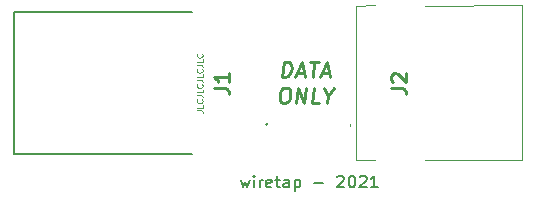
<source format=gbr>
%TF.GenerationSoftware,KiCad,Pcbnew,(5.1.6)-1*%
%TF.CreationDate,2021-09-24T15:49:20-04:00*%
%TF.ProjectId,USB-Data-Only,5553422d-4461-4746-912d-4f6e6c792e6b,rev?*%
%TF.SameCoordinates,Original*%
%TF.FileFunction,Legend,Top*%
%TF.FilePolarity,Positive*%
%FSLAX46Y46*%
G04 Gerber Fmt 4.6, Leading zero omitted, Abs format (unit mm)*
G04 Created by KiCad (PCBNEW (5.1.6)-1) date 2021-09-24 15:49:20*
%MOMM*%
%LPD*%
G01*
G04 APERTURE LIST*
%ADD10C,0.150000*%
%ADD11C,0.125000*%
%ADD12C,0.250000*%
%ADD13C,0.200000*%
%ADD14C,0.100000*%
%ADD15C,0.254000*%
G04 APERTURE END LIST*
D10*
X147709666Y-81446714D02*
X147900142Y-82113380D01*
X148090619Y-81637190D01*
X148281095Y-82113380D01*
X148471571Y-81446714D01*
X148852523Y-82113380D02*
X148852523Y-81446714D01*
X148852523Y-81113380D02*
X148804904Y-81161000D01*
X148852523Y-81208619D01*
X148900142Y-81161000D01*
X148852523Y-81113380D01*
X148852523Y-81208619D01*
X149328714Y-82113380D02*
X149328714Y-81446714D01*
X149328714Y-81637190D02*
X149376333Y-81541952D01*
X149423952Y-81494333D01*
X149519190Y-81446714D01*
X149614428Y-81446714D01*
X150328714Y-82065761D02*
X150233476Y-82113380D01*
X150043000Y-82113380D01*
X149947761Y-82065761D01*
X149900142Y-81970523D01*
X149900142Y-81589571D01*
X149947761Y-81494333D01*
X150043000Y-81446714D01*
X150233476Y-81446714D01*
X150328714Y-81494333D01*
X150376333Y-81589571D01*
X150376333Y-81684809D01*
X149900142Y-81780047D01*
X150662047Y-81446714D02*
X151043000Y-81446714D01*
X150804904Y-81113380D02*
X150804904Y-81970523D01*
X150852523Y-82065761D01*
X150947761Y-82113380D01*
X151043000Y-82113380D01*
X151804904Y-82113380D02*
X151804904Y-81589571D01*
X151757285Y-81494333D01*
X151662047Y-81446714D01*
X151471571Y-81446714D01*
X151376333Y-81494333D01*
X151804904Y-82065761D02*
X151709666Y-82113380D01*
X151471571Y-82113380D01*
X151376333Y-82065761D01*
X151328714Y-81970523D01*
X151328714Y-81875285D01*
X151376333Y-81780047D01*
X151471571Y-81732428D01*
X151709666Y-81732428D01*
X151804904Y-81684809D01*
X152281095Y-81446714D02*
X152281095Y-82446714D01*
X152281095Y-81494333D02*
X152376333Y-81446714D01*
X152566809Y-81446714D01*
X152662047Y-81494333D01*
X152709666Y-81541952D01*
X152757285Y-81637190D01*
X152757285Y-81922904D01*
X152709666Y-82018142D01*
X152662047Y-82065761D01*
X152566809Y-82113380D01*
X152376333Y-82113380D01*
X152281095Y-82065761D01*
X153947761Y-81732428D02*
X154709666Y-81732428D01*
X155900142Y-81208619D02*
X155947761Y-81161000D01*
X156043000Y-81113380D01*
X156281095Y-81113380D01*
X156376333Y-81161000D01*
X156423952Y-81208619D01*
X156471571Y-81303857D01*
X156471571Y-81399095D01*
X156423952Y-81541952D01*
X155852523Y-82113380D01*
X156471571Y-82113380D01*
X157090619Y-81113380D02*
X157185857Y-81113380D01*
X157281095Y-81161000D01*
X157328714Y-81208619D01*
X157376333Y-81303857D01*
X157423952Y-81494333D01*
X157423952Y-81732428D01*
X157376333Y-81922904D01*
X157328714Y-82018142D01*
X157281095Y-82065761D01*
X157185857Y-82113380D01*
X157090619Y-82113380D01*
X156995380Y-82065761D01*
X156947761Y-82018142D01*
X156900142Y-81922904D01*
X156852523Y-81732428D01*
X156852523Y-81494333D01*
X156900142Y-81303857D01*
X156947761Y-81208619D01*
X156995380Y-81161000D01*
X157090619Y-81113380D01*
X157804904Y-81208619D02*
X157852523Y-81161000D01*
X157947761Y-81113380D01*
X158185857Y-81113380D01*
X158281095Y-81161000D01*
X158328714Y-81208619D01*
X158376333Y-81303857D01*
X158376333Y-81399095D01*
X158328714Y-81541952D01*
X157757285Y-82113380D01*
X158376333Y-82113380D01*
X159328714Y-82113380D02*
X158757285Y-82113380D01*
X159043000Y-82113380D02*
X159043000Y-81113380D01*
X158947761Y-81256238D01*
X158852523Y-81351476D01*
X158757285Y-81399095D01*
D11*
X143998190Y-75588523D02*
X144355333Y-75588523D01*
X144426761Y-75612333D01*
X144474380Y-75659952D01*
X144498190Y-75731380D01*
X144498190Y-75779000D01*
X144498190Y-75112333D02*
X144498190Y-75350428D01*
X143998190Y-75350428D01*
X144450571Y-74659952D02*
X144474380Y-74683761D01*
X144498190Y-74755190D01*
X144498190Y-74802809D01*
X144474380Y-74874238D01*
X144426761Y-74921857D01*
X144379142Y-74945666D01*
X144283904Y-74969476D01*
X144212476Y-74969476D01*
X144117238Y-74945666D01*
X144069619Y-74921857D01*
X144022000Y-74874238D01*
X143998190Y-74802809D01*
X143998190Y-74755190D01*
X144022000Y-74683761D01*
X144045809Y-74659952D01*
X143998190Y-74302809D02*
X144355333Y-74302809D01*
X144426761Y-74326619D01*
X144474380Y-74374238D01*
X144498190Y-74445666D01*
X144498190Y-74493285D01*
X144498190Y-73826619D02*
X144498190Y-74064714D01*
X143998190Y-74064714D01*
X144450571Y-73374238D02*
X144474380Y-73398047D01*
X144498190Y-73469476D01*
X144498190Y-73517095D01*
X144474380Y-73588523D01*
X144426761Y-73636142D01*
X144379142Y-73659952D01*
X144283904Y-73683761D01*
X144212476Y-73683761D01*
X144117238Y-73659952D01*
X144069619Y-73636142D01*
X144022000Y-73588523D01*
X143998190Y-73517095D01*
X143998190Y-73469476D01*
X144022000Y-73398047D01*
X144045809Y-73374238D01*
X143998190Y-73017095D02*
X144355333Y-73017095D01*
X144426761Y-73040904D01*
X144474380Y-73088523D01*
X144498190Y-73159952D01*
X144498190Y-73207571D01*
X144498190Y-72540904D02*
X144498190Y-72779000D01*
X143998190Y-72779000D01*
X144450571Y-72088523D02*
X144474380Y-72112333D01*
X144498190Y-72183761D01*
X144498190Y-72231380D01*
X144474380Y-72302809D01*
X144426761Y-72350428D01*
X144379142Y-72374238D01*
X144283904Y-72398047D01*
X144212476Y-72398047D01*
X144117238Y-72374238D01*
X144069619Y-72350428D01*
X144022000Y-72302809D01*
X143998190Y-72231380D01*
X143998190Y-72183761D01*
X144022000Y-72112333D01*
X144045809Y-72088523D01*
X143998190Y-71731380D02*
X144355333Y-71731380D01*
X144426761Y-71755190D01*
X144474380Y-71802809D01*
X144498190Y-71874238D01*
X144498190Y-71921857D01*
X144498190Y-71255190D02*
X144498190Y-71493285D01*
X143998190Y-71493285D01*
X144450571Y-70802809D02*
X144474380Y-70826619D01*
X144498190Y-70898047D01*
X144498190Y-70945666D01*
X144474380Y-71017095D01*
X144426761Y-71064714D01*
X144379142Y-71088523D01*
X144283904Y-71112333D01*
X144212476Y-71112333D01*
X144117238Y-71088523D01*
X144069619Y-71064714D01*
X144022000Y-71017095D01*
X143998190Y-70945666D01*
X143998190Y-70898047D01*
X144022000Y-70826619D01*
X144045809Y-70802809D01*
D12*
X151204550Y-72767095D02*
X151367050Y-71467095D01*
X151676574Y-71467095D01*
X151854550Y-71529000D01*
X151962883Y-71652809D01*
X152009312Y-71776619D01*
X152040264Y-72024238D01*
X152017050Y-72209952D01*
X151924193Y-72457571D01*
X151846812Y-72581380D01*
X151707526Y-72705190D01*
X151514074Y-72767095D01*
X151204550Y-72767095D01*
X152489074Y-72395666D02*
X153108122Y-72395666D01*
X152318836Y-72767095D02*
X152914669Y-71467095D01*
X153185502Y-72767095D01*
X153595622Y-71467095D02*
X154338479Y-71467095D01*
X153804550Y-72767095D02*
X153967050Y-71467095D01*
X154593836Y-72395666D02*
X155212883Y-72395666D01*
X154423598Y-72767095D02*
X155019431Y-71467095D01*
X155290264Y-72767095D01*
X151428955Y-73667095D02*
X151676574Y-73667095D01*
X151792645Y-73729000D01*
X151900979Y-73852809D01*
X151931931Y-74100428D01*
X151877764Y-74533761D01*
X151784907Y-74781380D01*
X151645622Y-74905190D01*
X151514074Y-74967095D01*
X151266455Y-74967095D01*
X151150383Y-74905190D01*
X151042050Y-74781380D01*
X151011098Y-74533761D01*
X151065264Y-74100428D01*
X151158122Y-73852809D01*
X151297407Y-73729000D01*
X151428955Y-73667095D01*
X152380741Y-74967095D02*
X152543241Y-73667095D01*
X153123598Y-74967095D01*
X153286098Y-73667095D01*
X154361693Y-74967095D02*
X153742645Y-74967095D01*
X153905145Y-73667095D01*
X155120026Y-74348047D02*
X155042645Y-74967095D01*
X154771812Y-73667095D02*
X155120026Y-74348047D01*
X155638479Y-73667095D01*
D13*
%TO.C,J1*%
X128524000Y-67279000D02*
X143610000Y-67279000D01*
X128524000Y-67279000D02*
X128524000Y-79279000D01*
X128524000Y-79279000D02*
X143610000Y-79279000D01*
X150010190Y-76762000D02*
G75*
G03*
X150010190Y-76762000I-64190J0D01*
G01*
D14*
%TO.C,J2*%
X163305001Y-79818001D02*
X171505001Y-79818001D01*
X171505001Y-79818001D02*
X171505001Y-66698001D01*
X171505001Y-66698001D02*
X163305001Y-66718001D01*
X159105001Y-79818001D02*
X157505001Y-79818001D01*
X157505001Y-79818001D02*
X157505001Y-66718001D01*
X157505001Y-66718001D02*
X159105001Y-66698001D01*
X156995001Y-76768001D02*
X156995001Y-76768001D01*
X156995001Y-76868001D02*
X156995001Y-76868001D01*
X156995001Y-76868001D02*
G75*
G02*
X156995001Y-76768001I0J50000D01*
G01*
X156995001Y-76768001D02*
G75*
G02*
X156995001Y-76868001I0J-50000D01*
G01*
%TO.C,J1*%
D15*
X145481523Y-73702333D02*
X146388666Y-73702333D01*
X146570095Y-73762809D01*
X146691047Y-73883761D01*
X146751523Y-74065190D01*
X146751523Y-74186142D01*
X146751523Y-72432333D02*
X146751523Y-73158047D01*
X146751523Y-72795190D02*
X145481523Y-72795190D01*
X145662952Y-72916142D01*
X145783904Y-73037095D01*
X145844380Y-73158047D01*
%TO.C,J2*%
X160467523Y-73702333D02*
X161374666Y-73702333D01*
X161556095Y-73762809D01*
X161677047Y-73883761D01*
X161737523Y-74065190D01*
X161737523Y-74186142D01*
X160588476Y-73158047D02*
X160528000Y-73097571D01*
X160467523Y-72976619D01*
X160467523Y-72674238D01*
X160528000Y-72553285D01*
X160588476Y-72492809D01*
X160709428Y-72432333D01*
X160830380Y-72432333D01*
X161011809Y-72492809D01*
X161737523Y-73218523D01*
X161737523Y-72432333D01*
%TD*%
M02*

</source>
